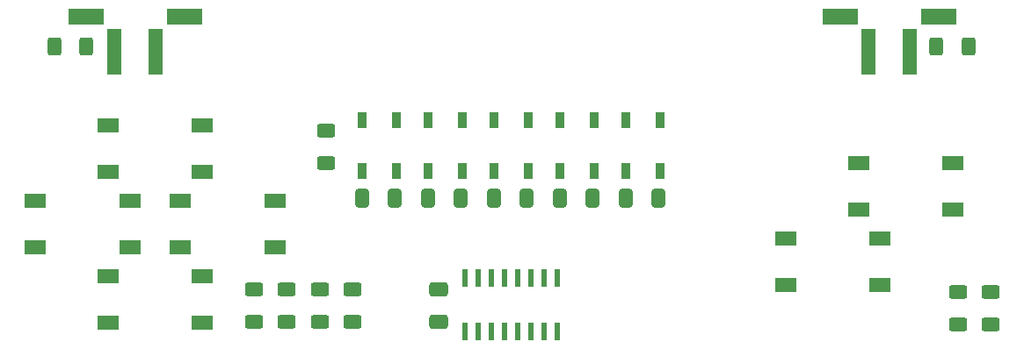
<source format=gtp>
G04 #@! TF.GenerationSoftware,KiCad,Pcbnew,8.0.0*
G04 #@! TF.CreationDate,2024-05-31T17:11:35+01:00*
G04 #@! TF.ProjectId,basic_kit_SMT_bumpers_D_pad,62617369-635f-46b6-9974-5f534d545f62,v1.4*
G04 #@! TF.SameCoordinates,Original*
G04 #@! TF.FileFunction,Paste,Top*
G04 #@! TF.FilePolarity,Positive*
%FSLAX46Y46*%
G04 Gerber Fmt 4.6, Leading zero omitted, Abs format (unit mm)*
G04 Created by KiCad (PCBNEW 8.0.0) date 2024-05-31 17:11:35*
%MOMM*%
%LPD*%
G01*
G04 APERTURE LIST*
G04 Aperture macros list*
%AMRoundRect*
0 Rectangle with rounded corners*
0 $1 Rounding radius*
0 $2 $3 $4 $5 $6 $7 $8 $9 X,Y pos of 4 corners*
0 Add a 4 corners polygon primitive as box body*
4,1,4,$2,$3,$4,$5,$6,$7,$8,$9,$2,$3,0*
0 Add four circle primitives for the rounded corners*
1,1,$1+$1,$2,$3*
1,1,$1+$1,$4,$5*
1,1,$1+$1,$6,$7*
1,1,$1+$1,$8,$9*
0 Add four rect primitives between the rounded corners*
20,1,$1+$1,$2,$3,$4,$5,0*
20,1,$1+$1,$4,$5,$6,$7,0*
20,1,$1+$1,$6,$7,$8,$9,0*
20,1,$1+$1,$8,$9,$2,$3,0*%
G04 Aperture macros list end*
%ADD10RoundRect,0.250000X-0.412500X-0.650000X0.412500X-0.650000X0.412500X0.650000X-0.412500X0.650000X0*%
%ADD11RoundRect,0.250000X-0.625000X0.400000X-0.625000X-0.400000X0.625000X-0.400000X0.625000X0.400000X0*%
%ADD12RoundRect,0.250000X-0.400000X-0.625000X0.400000X-0.625000X0.400000X0.625000X-0.400000X0.625000X0*%
%ADD13RoundRect,0.250000X0.400000X0.625000X-0.400000X0.625000X-0.400000X-0.625000X0.400000X-0.625000X0*%
%ADD14R,2.100000X1.400000*%
%ADD15R,0.900000X1.500000*%
%ADD16RoundRect,0.250000X0.650000X-0.412500X0.650000X0.412500X-0.650000X0.412500X-0.650000X-0.412500X0*%
%ADD17R,1.400000X4.500000*%
%ADD18R,3.500000X1.600000*%
%ADD19R,0.533400X1.701800*%
G04 APERTURE END LIST*
D10*
X113955000Y-68326000D03*
X117080000Y-68326000D03*
X107605000Y-68326000D03*
X110730000Y-68326000D03*
X101255000Y-68326000D03*
X104380000Y-68326000D03*
X94905000Y-68326000D03*
X98030000Y-68326000D03*
X88555000Y-68326000D03*
X91680000Y-68326000D03*
D11*
X85076000Y-61823000D03*
X85076000Y-64923000D03*
D12*
X58881000Y-53721000D03*
X61981000Y-53721000D03*
D13*
X146951000Y-53721000D03*
X143851000Y-53721000D03*
D11*
X78105000Y-77190000D03*
X78105000Y-80290000D03*
X81280000Y-77190000D03*
X81280000Y-80290000D03*
X84455000Y-77190000D03*
X84455000Y-80290000D03*
X87630000Y-77190000D03*
X87630000Y-80290000D03*
X149098000Y-77444000D03*
X149098000Y-80544000D03*
X145923000Y-77444000D03*
X145923000Y-80544000D03*
D14*
X129308000Y-72208000D03*
X129308000Y-76708000D03*
X138408000Y-72208000D03*
X138408000Y-76708000D03*
D15*
X113906000Y-65733000D03*
X117206000Y-65733000D03*
X117206000Y-60833000D03*
X113906000Y-60833000D03*
D16*
X95885000Y-77177500D03*
X95885000Y-80302500D03*
D15*
X88506000Y-65735200D03*
X91806000Y-65735200D03*
X91806000Y-60835200D03*
X88506000Y-60835200D03*
D17*
X141305000Y-54229000D03*
X137305000Y-54229000D03*
D18*
X144055000Y-50779000D03*
X134555000Y-50779000D03*
D14*
X136326500Y-64933000D03*
X136326500Y-69433000D03*
X145426500Y-64933000D03*
X145426500Y-69433000D03*
X57045000Y-68580000D03*
X57045000Y-73080000D03*
X66145000Y-68580000D03*
X66145000Y-73080000D03*
D17*
X64661000Y-54229000D03*
X68661000Y-54229000D03*
D18*
X71411000Y-50779000D03*
X61911000Y-50779000D03*
D19*
X98411000Y-81254600D03*
X99681000Y-81254600D03*
X100951000Y-81254600D03*
X102221000Y-81254600D03*
X103491000Y-81254600D03*
X104761000Y-81254600D03*
X106031000Y-81254600D03*
X107301000Y-81254600D03*
X107301000Y-76073000D03*
X106031000Y-76073000D03*
X104761000Y-76073000D03*
X103491000Y-76073000D03*
X102221000Y-76073000D03*
X100951000Y-76073000D03*
X99681000Y-76073000D03*
X98411000Y-76073000D03*
D14*
X64030000Y-61305000D03*
X64030000Y-65805000D03*
X73130000Y-61305000D03*
X73130000Y-65805000D03*
D15*
X94856000Y-65733000D03*
X98156000Y-65733000D03*
X98156000Y-60833000D03*
X94856000Y-60833000D03*
X101206000Y-65733000D03*
X104506000Y-65733000D03*
X104506000Y-60833000D03*
X101206000Y-60833000D03*
D14*
X64030000Y-75855000D03*
X64030000Y-80355000D03*
X73130000Y-75855000D03*
X73130000Y-80355000D03*
D15*
X107556000Y-65733000D03*
X110856000Y-65733000D03*
X110856000Y-60833000D03*
X107556000Y-60833000D03*
D14*
X71015000Y-68580000D03*
X71015000Y-73080000D03*
X80115000Y-68580000D03*
X80115000Y-73080000D03*
M02*

</source>
